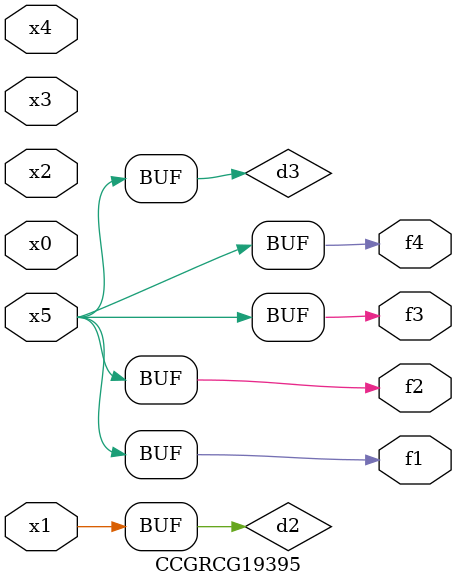
<source format=v>
module CCGRCG19395(
	input x0, x1, x2, x3, x4, x5,
	output f1, f2, f3, f4
);

	wire d1, d2, d3;

	not (d1, x5);
	or (d2, x1);
	xnor (d3, d1);
	assign f1 = d3;
	assign f2 = d3;
	assign f3 = d3;
	assign f4 = d3;
endmodule

</source>
